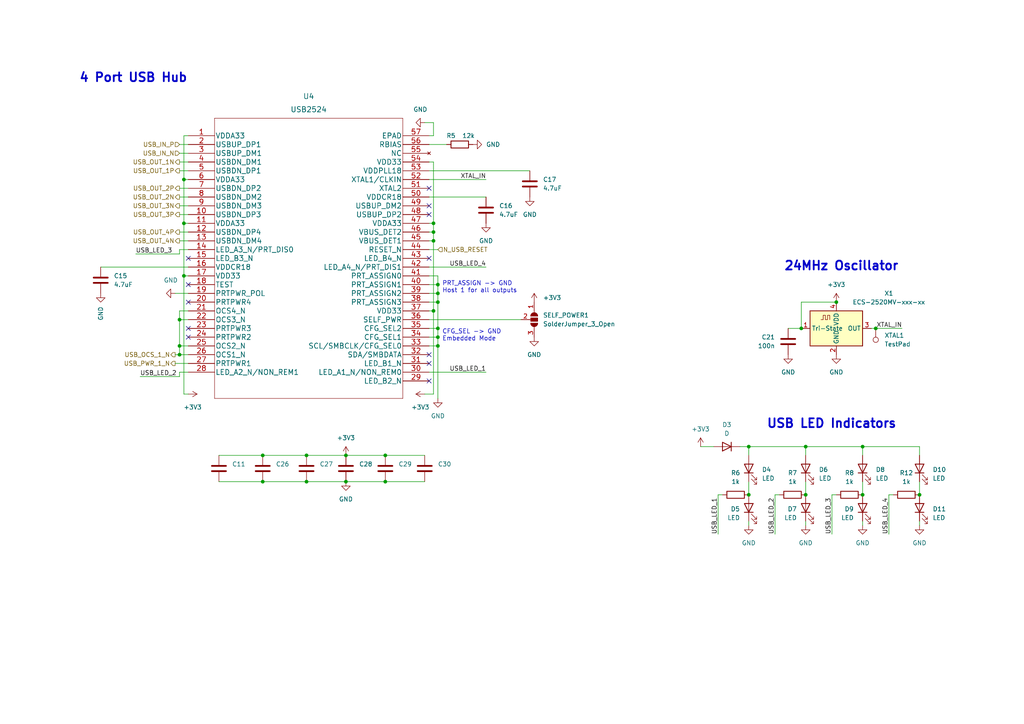
<source format=kicad_sch>
(kicad_sch (version 20211123) (generator eeschema)
  (paper "A4")
  (lib_symbols
    (symbol "Connector:TestPoint" (pin_numbers hide) (pin_names (offset 0.762) hide)
      (property "Reference" "TP" (at 0 6.858 0))
      (property "Value" "TestPoint" (at 0 5.08 0))
      (symbol "TestPoint_0_1"
        (circle (center 0 3.302) (radius 0.762))
      )
      (symbol "TestPoint_1_1"
        (pin passive line (at 0 0 90) (length 2.54) (name "1") (number "1"))
      )
    )
    (symbol "Device:C" (pin_numbers hide) (pin_names (offset 0.254))
      (property "Reference" "C" (at 0.635 2.54 0))
      (property "Value" "C" (at 0.635 -2.54 0))
      (symbol "C_0_1"
        (polyline (pts (xy -2.032 -0.762) (xy 2.032 -0.762)) (stroke (width 0.508)))
        (polyline (pts (xy -2.032 0.762) (xy 2.032 0.762)) (stroke (width 0.508)))
      )
      (symbol "C_1_1"
        (pin passive line (at 0 3.81 270) (length 2.794) (name "~") (number "1"))
        (pin passive line (at 0 -3.81 90) (length 2.794) (name "~") (number "2"))
      )
    )
    (symbol "Device:D" (pin_numbers hide) (pin_names (offset 1.016) hide)
      (property "Reference" "D" (at 0 2.54 0))
      (property "Value" "D" (at 0 -2.54 0))
      (symbol "D_0_1"
        (polyline (pts (xy -1.27 1.27) (xy -1.27 -1.27)) (stroke (width 0.254)))
        (polyline (pts (xy 1.27 0) (xy -1.27 0)))
        (polyline (pts (xy 1.27 1.27) (xy 1.27 -1.27) (xy -1.27 0) (xy 1.27 1.27)) (stroke (width 0.254)))
      )
      (symbol "D_1_1"
        (pin passive line (at -3.81 0 0) (length 2.54) (name "K") (number "1"))
        (pin passive line (at 3.81 0 180) (length 2.54) (name "A") (number "2"))
      )
    )
    (symbol "Device:LED" (pin_numbers hide) (pin_names (offset 1.016) hide)
      (property "Reference" "D" (at 0 2.54 0))
      (property "Value" "LED" (at 0 -2.54 0))
      (symbol "LED_0_1"
        (polyline (pts (xy -1.27 -1.27) (xy -1.27 1.27)) (stroke (width 0.254)))
        (polyline (pts (xy -1.27 0) (xy 1.27 0)))
        (polyline (pts (xy 1.27 -1.27) (xy 1.27 1.27) (xy -1.27 0) (xy 1.27 -1.27)) (stroke (width 0.254)))
        (polyline (pts (xy -3.048 -0.762) (xy -4.572 -2.286) (xy -3.81 -2.286) (xy -4.572 -2.286) (xy -4.572 -1.524)))
        (polyline (pts (xy -1.778 -0.762) (xy -3.302 -2.286) (xy -2.54 -2.286) (xy -3.302 -2.286) (xy -3.302 -1.524)))
      )
      (symbol "LED_1_1"
        (pin passive line (at -3.81 0 0) (length 2.54) (name "K") (number "1"))
        (pin passive line (at 3.81 0 180) (length 2.54) (name "A") (number "2"))
      )
    )
    (symbol "Device:R" (pin_numbers hide) (pin_names (offset 0))
      (property "Reference" "R" (at 2.032 0 90))
      (property "Value" "R" (at 0 0 90))
      (symbol "R_0_1"
        (rectangle (start -1.016 -2.54) (end 1.016 2.54) (stroke (width 0.254)))
      )
      (symbol "R_1_1"
        (pin passive line (at 0 3.81 270) (length 1.27) (name "~") (number "1"))
        (pin passive line (at 0 -3.81 90) (length 1.27) (name "~") (number "2"))
      )
    )
    (symbol "Jumper:SolderJumper_3_Open" (pin_names (offset 0) hide)
      (property "Reference" "JP" (at -2.54 -2.54 0))
      (property "Value" "SolderJumper_3_Open" (at 0 2.794 0))
      (symbol "SolderJumper_3_Open_0_1"
        (arc (start -1.016 1.016) (mid -2.032 0) (end -1.016 -1.016))
        (arc (start -1.016 1.016) (mid -2.032 0) (end -1.016 -1.016) (fill (type outline)))
        (rectangle (start -0.508 1.016) (end 0.508 -1.016) (fill (type outline)))
        (polyline (pts (xy -2.54 0) (xy -2.032 0)))
        (polyline (pts (xy -1.016 1.016) (xy -1.016 -1.016)))
        (polyline (pts (xy 0 -1.27) (xy 0 -1.016)))
        (polyline (pts (xy 1.016 1.016) (xy 1.016 -1.016)))
        (polyline (pts (xy 2.54 0) (xy 2.032 0)))
        (arc (start 1.016 -1.016) (mid 2.032 0) (end 1.016 1.016))
        (arc (start 1.016 -1.016) (mid 2.032 0) (end 1.016 1.016) (fill (type outline)))
      )
      (symbol "SolderJumper_3_Open_1_1"
        (pin passive line (at -5.08 0 0) (length 2.54) (name "A") (number "1"))
        (pin passive line (at 0 -3.81 90) (length 2.54) (name "C") (number "2"))
        (pin passive line (at 5.08 0 180) (length 2.54) (name "B") (number "3"))
      )
    )
    (symbol "Oscillator:ECS-2520MV-xxx-xx"
      (property "Reference" "X" (at -5.08 6.35 0))
      (property "Value" "ECS-2520MV-xxx-xx" (at 1.27 -6.35 0))
      (symbol "ECS-2520MV-xxx-xx_0_1"
        (rectangle (start -7.62 5.08) (end 7.62 -5.08) (stroke (width 0.254)) (fill (type background)))
        (polyline (pts (xy -4.445 2.54) (xy -3.81 2.54) (xy -3.81 3.81) (xy -3.175 3.81) (xy -3.175 2.54) (xy -2.54 2.54) (xy -2.54 3.81) (xy -1.905 3.81) (xy -1.905 2.54)))
      )
      (symbol "ECS-2520MV-xxx-xx_1_1"
        (pin input line (at -10.16 0 0) (length 2.54) (name "Tri-State") (number "1"))
        (pin power_in line (at 0 -7.62 90) (length 2.54) (name "GND") (number "2"))
        (pin output line (at 10.16 0 180) (length 2.54) (name "OUT") (number "3"))
        (pin power_in line (at 0 7.62 270) (length 2.54) (name "VDD") (number "4"))
      )
    )
    (symbol "USB2524-ABZJ:USB2524-ABZJ" (pin_names (offset 0.254))
      (property "Reference" "U?" (at 35.56 11.43 0))
      (property "Value" "USB2524-ABZJ" (at 35.56 7.62 0))
      (symbol "USB2524-ABZJ_1_1"
        (polyline (pts (xy 7.62 -76.2) (xy 62.23 -76.2)) (stroke (width 0.127)))
        (polyline (pts (xy 7.62 5.08) (xy 7.62 -76.2)) (stroke (width 0.127)))
        (polyline (pts (xy 62.23 -76.2) (xy 62.23 5.08)) (stroke (width 0.127)))
        (polyline (pts (xy 62.23 5.08) (xy 7.62 5.08)) (stroke (width 0.127)))
        (pin power_in line (at 0 0 0) (length 7.62) (name "VDDA33") (number "1"))
        (pin bidirectional line (at 0 -22.86 0) (length 7.62) (name "USBDN_DP3") (number "10"))
        (pin power_in line (at 0 -25.4 0) (length 7.62) (name "VDDA33") (number "11"))
        (pin bidirectional line (at 0 -27.94 0) (length 7.62) (name "USBDN_DP4") (number "12"))
        (pin bidirectional line (at 0 -30.48 0) (length 7.62) (name "USBDN_DM4") (number "13"))
        (pin bidirectional line (at 0 -33.02 0) (length 7.62) (name "LED_A3_N/PRT_DIS0") (number "14"))
        (pin bidirectional line (at 0 -35.56 0) (length 7.62) (name "LED_B3_N") (number "15"))
        (pin power_in line (at 0 -38.1 0) (length 7.62) (name "VDDCR18") (number "16"))
        (pin power_in line (at 0 -40.64 0) (length 7.62) (name "VDD33") (number "17"))
        (pin bidirectional line (at 0 -43.18 0) (length 7.62) (name "TEST") (number "18"))
        (pin bidirectional line (at 0 -45.72 0) (length 7.62) (name "PRTPWR_POL") (number "19"))
        (pin bidirectional line (at 0 -2.54 0) (length 7.62) (name "USBUP_DP1") (number "2"))
        (pin bidirectional line (at 0 -48.26 0) (length 7.62) (name "PRTPWR4") (number "20"))
        (pin bidirectional line (at 0 -50.8 0) (length 7.62) (name "OCS4_N") (number "21"))
        (pin bidirectional line (at 0 -53.34 0) (length 7.62) (name "OCS3_N") (number "22"))
        (pin bidirectional line (at 0 -55.88 0) (length 7.62) (name "PRTPWR3") (number "23"))
        (pin bidirectional line (at 0 -58.42 0) (length 7.62) (name "PRTPWR2") (number "24"))
        (pin bidirectional line (at 0 -60.96 0) (length 7.62) (name "OCS2_N") (number "25"))
        (pin bidirectional line (at 0 -63.5 0) (length 7.62) (name "OCS1_N") (number "26"))
        (pin bidirectional line (at 0 -66.04 0) (length 7.62) (name "PRTPWR1") (number "27"))
        (pin bidirectional line (at 0 -68.58 0) (length 7.62) (name "LED_A2_N/NON_REM1") (number "28"))
        (pin bidirectional line (at 69.85 -71.12 180) (length 7.62) (name "LED_B2_N") (number "29"))
        (pin bidirectional line (at 0 -5.08 0) (length 7.62) (name "USBUP_DM1") (number "3"))
        (pin bidirectional line (at 69.85 -68.58 180) (length 7.62) (name "LED_A1_N/NON_REM0") (number "30"))
        (pin bidirectional line (at 69.85 -66.04 180) (length 7.62) (name "LED_B1_N") (number "31"))
        (pin bidirectional line (at 69.85 -63.5 180) (length 7.62) (name "SDA/SMBDATA") (number "32"))
        (pin bidirectional line (at 69.85 -60.96 180) (length 7.62) (name "SCL/SMBCLK/CFG_SEL0") (number "33"))
        (pin bidirectional line (at 69.85 -58.42 180) (length 7.62) (name "CFG_SEL1") (number "34"))
        (pin bidirectional line (at 69.85 -55.88 180) (length 7.62) (name "CFG_SEL2") (number "35"))
        (pin bidirectional line (at 69.85 -53.34 180) (length 7.62) (name "SELF_PWR") (number "36"))
        (pin power_in line (at 69.85 -50.8 180) (length 7.62) (name "VDD33") (number "37"))
        (pin bidirectional line (at 69.85 -48.26 180) (length 7.62) (name "PRT_ASSIGN3") (number "38"))
        (pin bidirectional line (at 69.85 -45.72 180) (length 7.62) (name "PRT_ASSIGN2") (number "39"))
        (pin bidirectional line (at 0 -7.62 0) (length 7.62) (name "USBDN_DM1") (number "4"))
        (pin bidirectional line (at 69.85 -43.18 180) (length 7.62) (name "PRT_ASSIGN1") (number "40"))
        (pin bidirectional line (at 69.85 -40.64 180) (length 7.62) (name "PRT_ASSIGN0") (number "41"))
        (pin bidirectional line (at 69.85 -38.1 180) (length 7.62) (name "LED_A4_N/PRT_DIS1") (number "42"))
        (pin bidirectional line (at 69.85 -35.56 180) (length 7.62) (name "LED_B4_N") (number "43"))
        (pin bidirectional line (at 69.85 -33.02 180) (length 7.62) (name "RESET_N") (number "44"))
        (pin bidirectional line (at 69.85 -30.48 180) (length 7.62) (name "VBUS_DET1") (number "45"))
        (pin bidirectional line (at 69.85 -27.94 180) (length 7.62) (name "VBUS_DET2") (number "46"))
        (pin power_in line (at 69.85 -25.4 180) (length 7.62) (name "VDDA33") (number "47"))
        (pin bidirectional line (at 69.85 -22.86 180) (length 7.62) (name "USBUP_DP2") (number "48"))
        (pin bidirectional line (at 69.85 -20.32 180) (length 7.62) (name "USBUP_DM2") (number "49"))
        (pin bidirectional line (at 0 -10.16 0) (length 7.62) (name "USBDN_DP1") (number "5"))
        (pin power_in line (at 69.85 -17.78 180) (length 7.62) (name "VDDCR18") (number "50"))
        (pin bidirectional line (at 69.85 -15.24 180) (length 7.62) (name "XTAL2") (number "51"))
        (pin bidirectional line (at 69.85 -12.7 180) (length 7.62) (name "XTAL1/CLKIN") (number "52"))
        (pin power_in line (at 69.85 -10.16 180) (length 7.62) (name "VDDPLL18") (number "53"))
        (pin power_in line (at 69.85 -7.62 180) (length 7.62) (name "VDD33") (number "54"))
        (pin no_connect line (at 69.85 -5.08 180) (length 7.62) (name "NC") (number "55"))
        (pin bidirectional line (at 69.85 -2.54 180) (length 7.62) (name "RBIAS") (number "56"))
        (pin unspecified line (at 69.85 0 180) (length 7.62) (name "EPAD") (number "57"))
        (pin power_in line (at 0 -12.7 0) (length 7.62) (name "VDDA33") (number "6"))
        (pin bidirectional line (at 0 -15.24 0) (length 7.62) (name "USBDN_DP2") (number "7"))
        (pin bidirectional line (at 0 -17.78 0) (length 7.62) (name "USBDN_DM2") (number "8"))
        (pin bidirectional line (at 0 -20.32 0) (length 7.62) (name "USBDN_DM3") (number "9"))
      )
    )
    (symbol "power:+3V3" (power) (pin_names (offset 0))
      (property "Value" "+3V3" (at 0 3.556 0))
      (symbol "+3V3_0_1"
        (polyline (pts (xy -0.762 1.27) (xy 0 2.54)))
        (polyline (pts (xy 0 0) (xy 0 2.54)))
        (polyline (pts (xy 0 2.54) (xy 0.762 1.27)))
      )
      (symbol "+3V3_1_1"
        (pin power_in line (at 0 0 90) (length 0) hide (name "+3V3") (number "1"))
      )
    )
    (symbol "power:GND" (power) (pin_names (offset 0))
      (property "Value" "GND" (at 0 -3.81 0))
      (symbol "GND_0_1"
        (polyline (pts (xy 0 0) (xy 0 -1.27) (xy 1.27 -1.27) (xy 0 -2.54) (xy -1.27 -1.27) (xy 0 -1.27)))
      )
      (symbol "GND_1_1"
        (pin power_in line (at 0 0 270) (length 0) hide (name "GND") (number "1"))
      )
    )
  )
  (junction (at 53.34 64.77))
  (junction (at 266.7 143.51))
  (junction (at 217.17 143.51))
  (junction (at 53.34 52.07))
  (junction (at 233.68 143.51))
  (junction (at 88.9 139.7))
  (junction (at 76.2 132.08))
  (junction (at 52.07 102.87))
  (junction (at 127 85.09))
  (junction (at 127 100.33))
  (junction (at 250.19 129.54))
  (junction (at 125.73 90.17))
  (junction (at 76.2 139.7))
  (junction (at 250.19 143.51))
  (junction (at 111.76 132.08))
  (junction (at 254 95.25))
  (junction (at 127 82.55))
  (junction (at 125.73 67.31))
  (junction (at 52.07 100.33))
  (junction (at 52.07 92.71))
  (junction (at 53.34 80.01))
  (junction (at 127 97.79))
  (junction (at 125.73 64.77))
  (junction (at 127 95.25))
  (junction (at 233.68 129.54))
  (junction (at 100.33 139.7))
  (junction (at 100.33 132.08))
  (junction (at 88.9 132.08))
  (junction (at 242.57 87.63))
  (junction (at 232.41 95.25))
  (junction (at 111.76 139.7))
  (junction (at 125.73 69.85))
  (junction (at 127 87.63))
  (junction (at 217.17 129.54))
  (no_connect (at 54.61 97.79))
  (no_connect (at 54.61 95.25))
  (no_connect (at 124.46 62.23))
  (no_connect (at 54.61 87.63))
  (no_connect (at 124.46 54.61))
  (no_connect (at 124.46 110.49))
  (no_connect (at 54.61 74.93))
  (no_connect (at 54.61 82.55))
  (no_connect (at 124.46 59.69))
  (no_connect (at 124.46 102.87))
  (no_connect (at 124.46 105.41))
  (no_connect (at 124.46 74.93))
  (wire (pts (xy 52.07 44.45) (xy 54.61 44.45)))
  (wire (pts (xy 63.5 132.08) (xy 76.2 132.08)))
  (wire (pts (xy 124.46 52.07) (xy 140.97 52.07)))
  (wire (pts (xy 124.46 87.63) (xy 127 87.63)))
  (wire (pts (xy 124.46 85.09) (xy 127 85.09)))
  (wire (pts (xy 214.63 129.54) (xy 217.17 129.54)))
  (wire (pts (xy 241.3 143.51) (xy 242.57 143.51)))
  (wire (pts (xy 241.3 143.51) (xy 241.3 154.94)))
  (wire (pts (xy 127 82.55) (xy 127 85.09)))
  (wire (pts (xy 208.28 143.51) (xy 209.55 143.51)))
  (wire (pts (xy 52.07 109.22) (xy 52.07 107.95)))
  (wire (pts (xy 52.07 54.61) (xy 54.61 54.61)))
  (wire (pts (xy 63.5 139.7) (xy 76.2 139.7)))
  (wire (pts (xy 52.07 59.69) (xy 54.61 59.69)))
  (wire (pts (xy 53.34 80.01) (xy 53.34 114.3)))
  (wire (pts (xy 124.46 97.79) (xy 127 97.79)))
  (wire (pts (xy 52.07 100.33) (xy 54.61 100.33)))
  (wire (pts (xy 53.34 114.3) (xy 54.61 114.3)))
  (wire (pts (xy 53.34 80.01) (xy 54.61 80.01)))
  (wire (pts (xy 125.73 67.31) (xy 125.73 69.85)))
  (wire (pts (xy 52.07 102.87) (xy 54.61 102.87)))
  (wire (pts (xy 123.19 35.56) (xy 125.73 35.56)))
  (wire (pts (xy 76.2 132.08) (xy 88.9 132.08)))
  (wire (pts (xy 52.07 92.71) (xy 54.61 92.71)))
  (wire (pts (xy 233.68 129.54) (xy 233.68 132.08)))
  (wire (pts (xy 52.07 67.31) (xy 54.61 67.31)))
  (wire (pts (xy 250.19 152.4) (xy 250.19 151.13)))
  (wire (pts (xy 52.07 46.99) (xy 54.61 46.99)))
  (wire (pts (xy 203.2 129.54) (xy 207.01 129.54)))
  (wire (pts (xy 125.73 46.99) (xy 125.73 64.77)))
  (wire (pts (xy 111.76 139.7) (xy 123.19 139.7)))
  (wire (pts (xy 233.68 152.4) (xy 233.68 151.13)))
  (wire (pts (xy 124.46 95.25) (xy 127 95.25)))
  (wire (pts (xy 124.46 100.33) (xy 127 100.33)))
  (wire (pts (xy 50.8 105.41) (xy 54.61 105.41)))
  (wire (pts (xy 53.34 39.37) (xy 53.34 52.07)))
  (wire (pts (xy 123.19 114.3) (xy 125.73 114.3)))
  (wire (pts (xy 127 80.01) (xy 127 82.55)))
  (wire (pts (xy 50.8 85.09) (xy 54.61 85.09)))
  (wire (pts (xy 124.46 41.91) (xy 129.54 41.91)))
  (wire (pts (xy 52.07 41.91) (xy 54.61 41.91)))
  (wire (pts (xy 52.07 72.39) (xy 54.61 72.39)))
  (wire (pts (xy 228.6 95.25) (xy 232.41 95.25)))
  (wire (pts (xy 54.61 39.37) (xy 53.34 39.37)))
  (wire (pts (xy 124.46 80.01) (xy 127 80.01)))
  (wire (pts (xy 124.46 82.55) (xy 127 82.55)))
  (wire (pts (xy 40.64 109.22) (xy 52.07 109.22)))
  (wire (pts (xy 257.81 143.51) (xy 259.08 143.51)))
  (wire (pts (xy 233.68 129.54) (xy 250.19 129.54)))
  (wire (pts (xy 127 85.09) (xy 127 87.63)))
  (wire (pts (xy 52.07 90.17) (xy 52.07 92.71)))
  (wire (pts (xy 125.73 90.17) (xy 124.46 90.17)))
  (wire (pts (xy 52.07 73.66) (xy 52.07 72.39)))
  (wire (pts (xy 124.46 92.71) (xy 151.13 92.71)))
  (wire (pts (xy 124.46 49.53) (xy 153.67 49.53)))
  (wire (pts (xy 53.34 64.77) (xy 53.34 80.01)))
  (wire (pts (xy 53.34 52.07) (xy 53.34 64.77)))
  (wire (pts (xy 54.61 52.07) (xy 53.34 52.07)))
  (wire (pts (xy 52.07 100.33) (xy 52.07 102.87)))
  (wire (pts (xy 100.33 139.7) (xy 111.76 139.7)))
  (wire (pts (xy 52.07 107.95) (xy 54.61 107.95)))
  (wire (pts (xy 140.97 77.47) (xy 124.46 77.47)))
  (wire (pts (xy 224.79 143.51) (xy 226.06 143.51)))
  (wire (pts (xy 52.07 69.85) (xy 54.61 69.85)))
  (wire (pts (xy 124.46 64.77) (xy 125.73 64.77)))
  (wire (pts (xy 124.46 67.31) (xy 125.73 67.31)))
  (wire (pts (xy 50.8 102.87) (xy 52.07 102.87)))
  (wire (pts (xy 125.73 64.77) (xy 125.73 67.31)))
  (wire (pts (xy 217.17 139.7) (xy 217.17 143.51)))
  (wire (pts (xy 54.61 64.77) (xy 53.34 64.77)))
  (wire (pts (xy 127 97.79) (xy 127 100.33)))
  (wire (pts (xy 224.79 143.51) (xy 224.79 154.94)))
  (wire (pts (xy 266.7 129.54) (xy 266.7 132.08)))
  (wire (pts (xy 52.07 92.71) (xy 52.07 100.33)))
  (wire (pts (xy 217.17 152.4) (xy 217.17 151.13)))
  (wire (pts (xy 257.81 143.51) (xy 257.81 154.94)))
  (wire (pts (xy 100.33 132.08) (xy 111.76 132.08)))
  (wire (pts (xy 250.19 129.54) (xy 266.7 129.54)))
  (wire (pts (xy 127 115.57) (xy 127 100.33)))
  (wire (pts (xy 254 95.25) (xy 261.62 95.25)))
  (wire (pts (xy 88.9 139.7) (xy 100.33 139.7)))
  (wire (pts (xy 127 95.25) (xy 127 97.79)))
  (wire (pts (xy 140.97 107.95) (xy 124.46 107.95)))
  (wire (pts (xy 39.37 73.66) (xy 52.07 73.66)))
  (wire (pts (xy 233.68 139.7) (xy 233.68 143.51)))
  (wire (pts (xy 88.9 132.08) (xy 100.33 132.08)))
  (wire (pts (xy 29.21 77.47) (xy 54.61 77.47)))
  (wire (pts (xy 208.28 143.51) (xy 208.28 154.94)))
  (wire (pts (xy 52.07 62.23) (xy 54.61 62.23)))
  (wire (pts (xy 217.17 129.54) (xy 233.68 129.54)))
  (wire (pts (xy 111.76 132.08) (xy 123.19 132.08)))
  (wire (pts (xy 52.07 49.53) (xy 54.61 49.53)))
  (wire (pts (xy 266.7 139.7) (xy 266.7 143.51)))
  (wire (pts (xy 124.46 69.85) (xy 125.73 69.85)))
  (wire (pts (xy 232.41 95.25) (xy 232.41 87.63)))
  (wire (pts (xy 125.73 35.56) (xy 125.73 39.37)))
  (wire (pts (xy 52.07 90.17) (xy 54.61 90.17)))
  (wire (pts (xy 124.46 57.15) (xy 140.97 57.15)))
  (wire (pts (xy 217.17 129.54) (xy 217.17 132.08)))
  (wire (pts (xy 232.41 87.63) (xy 242.57 87.63)))
  (wire (pts (xy 250.19 139.7) (xy 250.19 143.51)))
  (wire (pts (xy 252.73 95.25) (xy 254 95.25)))
  (wire (pts (xy 125.73 69.85) (xy 125.73 90.17)))
  (wire (pts (xy 250.19 129.54) (xy 250.19 132.08)))
  (wire (pts (xy 266.7 152.4) (xy 266.7 151.13)))
  (wire (pts (xy 127 72.39) (xy 124.46 72.39)))
  (wire (pts (xy 52.07 57.15) (xy 54.61 57.15)))
  (wire (pts (xy 125.73 114.3) (xy 125.73 90.17)))
  (wire (pts (xy 124.46 46.99) (xy 125.73 46.99)))
  (wire (pts (xy 76.2 139.7) (xy 88.9 139.7)))
  (wire (pts (xy 127 87.63) (xy 127 95.25)))
  (wire (pts (xy 125.73 39.37) (xy 124.46 39.37)))
  (text "4 Port USB Hub" (at 22.86 24.13 0) (effects (font (size 2.54 2.54) (thickness 0.508) bold) (justify left bottom)))
  (text "CFG_SEL -> GND\nEmbedded Mode" (at 128.27 99.06 0) (effects (font (size 1.27 1.27)) (justify left bottom)))
  (text "USB LED Indicators" (at 222.25 124.46 0) (effects (font (size 2.54 2.54) (thickness 0.508) bold) (justify left bottom)))
  (text "24MHz Oscillator" (at 227.33 78.74 0) (effects (font (size 2.54 2.54) (thickness 0.508) bold) (justify left bottom)))
  (text "PRT_ASSIGN -> GND\nHost 1 for all outputs" (at 128.27 85.09 0) (effects (font (size 1.27 1.27)) (justify left bottom)))
  (label "XTAL_IN" (at 140.97 52.07 180))
  (label "XTAL_IN" (at 261.62 95.25 180))
  (label "USB_LED_2" (at 224.79 154.94 90))
  (label "USB_LED_3" (at 241.3 154.94 90))
  (label "USB_LED_4" (at 140.97 77.47 180))
  (label "USB_LED_1" (at 140.97 107.95 180))
  (label "USB_LED_1" (at 208.28 154.94 90))
  (label "USB_LED_3" (at 39.37 73.66 0))
  (label "USB_LED_4" (at 257.81 154.94 90))
  (label "USB_LED_2" (at 40.64 109.22 0))
  (hierarchical_label "USB_OUT_2N" (shape output) (at 52.07 57.15 180))
  (hierarchical_label "USB_OUT_4N" (shape output) (at 52.07 69.85 180))
  (hierarchical_label "USB_OUT_3N" (shape output) (at 52.07 59.69 180))
  (hierarchical_label "USB_PWR_1_N" (shape output) (at 50.8 105.41 180))
  (hierarchical_label "USB_OUT_1N" (shape output) (at 52.07 46.99 180))
  (hierarchical_label "N_USB_RESET" (shape input) (at 127 72.39 0))
  (hierarchical_label "USB_OUT_4P" (shape output) (at 52.07 67.31 180))
  (hierarchical_label "USB_OUT_3P" (shape output) (at 52.07 62.23 180))
  (hierarchical_label "USB_OUT_2P" (shape output) (at 52.07 54.61 180))
  (hierarchical_label "USB_IN_N" (shape input) (at 52.07 44.45 180))
  (hierarchical_label "USB_OUT_1P" (shape output) (at 52.07 49.53 180))
  (hierarchical_label "USB_OCS_1_N" (shape output) (at 50.8 102.87 180))
  (hierarchical_label "USB_IN_P" (shape input) (at 52.07 41.91 180))
  (symbol (lib_id "Device:C") (at 88.9 135.89 0) (unit 1)
    (property "Reference" "C27" (at 92.71 134.6199 0) (effects (justify left)))
  )
  (symbol (lib_id "Device:LED") (at 266.7 147.32 90) (unit 1)
    (property "Reference" "D11" (at 270.51 147.6374 90) (effects (justify right)))
    (property "Value" "LED" (at 270.51 150.1774 90) (effects (justify right)))
    (property "Footprint" "LED_SMD:LED_0603_1608Metric" (effects hide))
  )
  (symbol (lib_id "power:GND") (at 228.6 102.87 0) (unit 1)
    (property "Reference" "#PWR0102" (effects hide))
    (property "Value" "GND" (at 228.6 107.95 0))
  )
  (symbol (lib_id "power:GND") (at 153.67 57.15 0) (unit 1)
    (property "Reference" "#PWR040" (effects hide))
    (property "Value" "GND" (at 153.67 62.23 0))
  )
  (symbol (lib_id "Jumper:SolderJumper_3_Open") (at 154.94 92.71 270) (unit 1)
    (property "Reference" "SELF_POWER1" (at 157.48 91.4399 90) (effects (justify left)))
    (property "Value" "SolderJumper_3_Open" (at 157.48 93.9799 90) (effects (justify left)))
    (property "Footprint" "Jumper:SolderJumper-3_P2.0mm_Open_TrianglePad1.0x1.5mm" (effects hide))
  )
  (symbol (lib_id "Device:D") (at 210.82 129.54 180) (unit 1)
    (property "Reference" "D3" (at 210.82 123.19 0))
    (property "Value" "D" (at 210.82 125.73 0))
    (property "Footprint" "Diode_SMD:D_0603_1608Metric" (effects hide))
  )
  (symbol (lib_id "Oscillator:ECS-2520MV-xxx-xx") (at 242.57 95.25 0) (unit 1)
    (property "Reference" "X1" (at 257.81 85.09 0))
    (property "Value" "ECS-2520MV-xxx-xx" (at 257.81 87.63 0))
    (property "Footprint" "Oscillator:Oscillator_SMD_ECS_2520MV-xxx-xx-4Pin_2.5x2.0mm" (effects hide))
    (property "Datasheet" "https://www.ecsxtal.com/store/pdf/ECS-2520MV.pdf" (effects hide))
  )
  (symbol (lib_id "Device:C") (at 63.5 135.89 0) (unit 1)
    (property "Reference" "C11" (at 67.31 134.6199 0) (effects (justify left)))
  )
  (symbol (lib_id "power:GND") (at 242.57 102.87 0) (unit 1)
    (property "Reference" "#PWR056" (effects hide))
    (property "Value" "GND" (at 242.57 107.95 0))
  )
  (symbol (lib_id "Device:LED") (at 266.7 135.89 90) (unit 1)
    (property "Reference" "D10" (at 270.51 136.2074 90) (effects (justify right)))
    (property "Value" "LED" (at 270.51 138.7474 90) (effects (justify right)))
    (property "Footprint" "LED_SMD:LED_0603_1608Metric" (effects hide))
  )
  (symbol (lib_id "power:+3V3") (at 123.19 114.3 90) (unit 1)
    (property "Reference" "#PWR036" (effects hide))
    (property "Value" "+3V3" (at 121.92 118.11 90))
  )
  (symbol (lib_id "Device:C") (at 123.19 135.89 0) (unit 1)
    (property "Reference" "C30" (at 127 134.6199 0) (effects (justify left)))
  )
  (symbol (lib_id "power:GND") (at 123.19 35.56 270) (unit 1)
    (property "Reference" "#PWR035" (effects hide))
    (property "Value" "GND" (at 121.92 31.75 90))
  )
  (symbol (lib_id "Device:C") (at 111.76 135.89 0) (unit 1)
    (property "Reference" "C29" (at 115.57 134.6199 0) (effects (justify left)))
  )
  (symbol (lib_id "Device:LED") (at 233.68 147.32 90) (unit 1)
    (property "Reference" "D7" (at 231.14 147.6374 90) (effects (justify left)))
    (property "Value" "LED" (at 231.14 150.1774 90) (effects (justify left)))
    (property "Footprint" "LED_SMD:LED_0603_1608Metric" (effects hide))
  )
  (symbol (lib_id "power:GND") (at 29.21 85.09 0) (unit 1)
    (property "Reference" "#PWR021" (effects hide))
    (property "Value" "GND" (at 29.2101 88.9 90) (effects (justify right)))
  )
  (symbol (lib_id "power:+3V3") (at 203.2 129.54 0) (unit 1)
    (property "Reference" "#PWR041" (effects hide))
    (property "Value" "+3V3" (at 203.2 124.46 0))
  )
  (symbol (lib_id "power:GND") (at 250.19 152.4 0) (unit 1)
    (property "Reference" "#PWR044" (effects hide))
    (property "Value" "GND" (at 250.19 157.48 0))
  )
  (symbol (lib_id "USB2524-ABZJ:USB2524-ABZJ") (at 54.61 39.37 0) (unit 1)
    (property "Reference" "U4" (at 89.535 27.94 0) (effects (font (size 1.524 1.524))))
    (property "Value" "USB2524" (at 89.535 31.75 0) (effects (font (size 1.524 1.524))))
    (property "Footprint" "Footprints:USB2524-ABZJ" (effects hide))
  )
  (symbol (lib_id "Device:R") (at 229.87 143.51 90) (unit 1)
    (property "Reference" "R7" (at 229.87 137.16 90))
    (property "Value" "1k" (at 229.87 139.7 90))
    (property "Footprint" "Resistor_SMD:R_0603_1608Metric" (effects hide))
  )
  (symbol (lib_id "power:GND") (at 137.16 41.91 90) (unit 1)
    (property "Reference" "#PWR038" (effects hide))
    (property "Value" "GND" (at 140.97 41.9099 90) (effects (justify right)))
  )
  (symbol (lib_id "power:+3V3") (at 154.94 87.63 0) (unit 1)
    (property "Reference" "#PWR062" (effects hide))
    (property "Value" "+3V3" (at 157.48 86.3599 0) (effects (justify left)))
  )
  (symbol (lib_id "Device:LED") (at 217.17 147.32 90) (unit 1)
    (property "Reference" "D5" (at 214.63 147.6374 90) (effects (justify left)))
    (property "Value" "LED" (at 214.63 150.1774 90) (effects (justify left)))
    (property "Footprint" "LED_SMD:LED_0603_1608Metric" (effects hide))
  )
  (symbol (lib_id "Device:LED") (at 250.19 135.89 90) (unit 1)
    (property "Reference" "D8" (at 254 136.2074 90) (effects (justify right)))
    (property "Value" "LED" (at 254 138.7474 90) (effects (justify right)))
    (property "Footprint" "LED_SMD:LED_0603_1608Metric" (effects hide))
  )
  (symbol (lib_id "Device:C") (at 228.6 99.06 0) (unit 1)
    (property "Reference" "C21" (at 224.79 97.7899 0) (effects (justify right)))
    (property "Value" "100n" (at 224.79 100.3299 0) (effects (justify right)))
    (property "Footprint" "Capacitor_SMD:C_0603_1608Metric" (effects hide))
  )
  (symbol (lib_id "Device:C") (at 153.67 53.34 180) (unit 1)
    (property "Reference" "C17" (at 157.48 52.0699 0) (effects (justify right)))
    (property "Value" "4.7uF" (at 157.48 54.6099 0) (effects (justify right)))
    (property "Footprint" "Capacitor_SMD:C_0603_1608Metric" (effects hide))
  )
  (symbol (lib_id "power:GND") (at 140.97 64.77 0) (unit 1)
    (property "Reference" "#PWR039" (effects hide))
    (property "Value" "GND" (at 140.97 69.85 0))
  )
  (symbol (lib_id "power:+3V3") (at 242.57 87.63 0) (unit 1)
    (property "Reference" "#PWR055" (effects hide))
    (property "Value" "+3V3" (at 242.57 82.55 0))
  )
  (symbol (lib_id "power:GND") (at 217.17 152.4 0) (unit 1)
    (property "Reference" "#PWR042" (effects hide))
    (property "Value" "GND" (at 217.17 157.48 0))
  )
  (symbol (lib_id "Device:R") (at 213.36 143.51 90) (unit 1)
    (property "Reference" "R6" (at 213.36 137.16 90))
    (property "Value" "1k" (at 213.36 139.7 90))
    (property "Footprint" "Resistor_SMD:R_0603_1608Metric" (effects hide))
  )
  (symbol (lib_id "power:+3V3") (at 100.33 132.08 0) (unit 1)
    (property "Reference" "#PWR0107" (effects hide))
    (property "Value" "+3V3" (at 100.33 127 0))
  )
  (symbol (lib_id "Device:R") (at 246.38 143.51 90) (unit 1)
    (property "Reference" "R8" (at 246.38 137.16 90))
    (property "Value" "1k" (at 246.38 139.7 90))
    (property "Footprint" "Resistor_SMD:R_0603_1608Metric" (effects hide))
  )
  (symbol (lib_id "Device:LED") (at 233.68 135.89 90) (unit 1)
    (property "Reference" "D6" (at 237.49 136.2074 90) (effects (justify right)))
    (property "Value" "LED" (at 237.49 138.7474 90) (effects (justify right)))
    (property "Footprint" "LED_SMD:LED_0603_1608Metric" (effects hide))
  )
  (symbol (lib_id "power:GND") (at 50.8 85.09 270) (unit 1)
    (property "Reference" "#PWR0105" (effects hide))
    (property "Value" "GND" (at 49.53 81.28 90))
  )
  (symbol (lib_id "power:+3V3") (at 54.61 114.3 270) (unit 1)
    (property "Reference" "#PWR034" (effects hide))
    (property "Value" "+3V3" (at 55.88 118.11 90))
  )
  (symbol (lib_id "power:GND") (at 154.94 97.79 0) (unit 1)
    (property "Reference" "#PWR063" (effects hide))
    (property "Value" "GND" (at 154.94 102.87 0))
  )
  (symbol (lib_id "Device:C") (at 140.97 60.96 0) (unit 1)
    (property "Reference" "C16" (at 144.78 59.6899 0) (effects (justify left)))
    (property "Value" "4.7uF" (at 144.78 62.2299 0) (effects (justify left)))
    (property "Footprint" "Capacitor_SMD:C_0603_1608Metric" (effects hide))
  )
  (symbol (lib_id "Device:LED") (at 250.19 147.32 90) (unit 1)
    (property "Reference" "D9" (at 247.65 147.6374 90) (effects (justify left)))
    (property "Value" "LED" (at 247.65 150.1774 90) (effects (justify left)))
    (property "Footprint" "LED_SMD:LED_0603_1608Metric" (effects hide))
  )
  (symbol (lib_id "Device:C") (at 76.2 135.89 0) (unit 1)
    (property "Reference" "C26" (at 80.01 134.6199 0) (effects (justify left)))
  )
  (symbol (lib_id "power:GND") (at 266.7 152.4 0) (unit 1)
    (property "Reference" "#PWR045" (effects hide))
    (property "Value" "GND" (at 266.7 157.48 0))
  )
  (symbol (lib_id "power:GND") (at 100.33 139.7 0) (unit 1)
    (property "Reference" "#PWR0108" (effects hide))
    (property "Value" "GND" (at 100.33 144.78 0))
  )
  (symbol (lib_id "Device:C") (at 100.33 135.89 0) (unit 1)
    (property "Reference" "C28" (at 104.14 134.6199 0) (effects (justify left)))
  )
  (symbol (lib_id "power:GND") (at 233.68 152.4 0) (unit 1)
    (property "Reference" "#PWR043" (effects hide))
    (property "Value" "GND" (at 233.68 157.48 0))
  )
  (symbol (lib_id "Device:R") (at 133.35 41.91 90) (unit 1)
    (property "Reference" "R5" (at 130.81 39.37 90))
    (property "Value" "12k" (at 135.89 39.37 90))
    (property "Footprint" "Resistor_SMD:R_0603_1608Metric" (effects hide))
  )
  (symbol (lib_id "Device:R") (at 262.89 143.51 90) (unit 1)
    (property "Reference" "R12" (at 262.89 137.16 90))
    (property "Value" "1k" (at 262.89 139.7 90))
    (property "Footprint" "Resistor_SMD:R_0603_1608Metric" (effects hide))
  )
  (symbol (lib_id "Connector:TestPoint") (at 254 95.25 180) (unit 1)
    (property "Reference" "XTAL1" (at 256.54 97.2819 0) (effects (justify right)))
    (property "Value" "TestPad" (at 256.54 99.8219 0) (effects (justify right)))
    (property "Footprint" "TestPoint:TestPoint_Pad_D2.0mm" (effects hide))
  )
  (symbol (lib_id "power:GND") (at 127 115.57 0) (unit 1)
    (property "Reference" "#PWR037" (effects hide))
    (property "Value" "GND" (at 127 120.65 0))
  )
  (symbol (lib_id "Device:C") (at 29.21 81.28 0) (unit 1)
    (property "Reference" "C15" (at 33.02 80.0099 0) (effects (justify left)))
    (property "Value" "4.7uF" (at 33.02 82.5499 0) (effects (justify left)))
    (property "Footprint" "Capacitor_SMD:C_0603_1608Metric" (effects hide))
  )
  (symbol (lib_id "Device:LED") (at 217.17 135.89 90) (unit 1)
    (property "Reference" "D4" (at 220.98 136.2074 90) (effects (justify right)))
    (property "Value" "LED" (at 220.98 138.7474 90) (effects (justify right)))
    (property "Footprint" "LED_SMD:LED_0603_1608Metric" (effects hide))
  )
)
</source>
